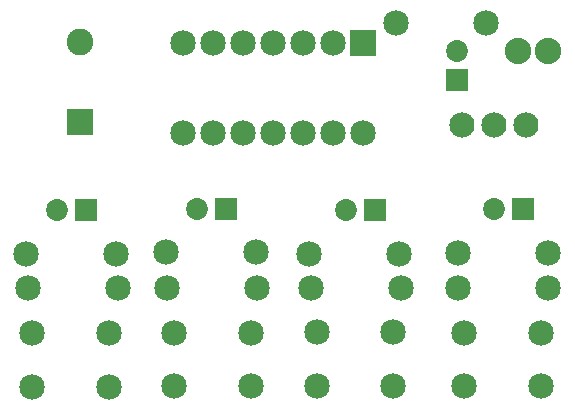
<source format=gbs>
G04 MADE WITH FRITZING*
G04 WWW.FRITZING.ORG*
G04 DOUBLE SIDED*
G04 HOLES PLATED*
G04 CONTOUR ON CENTER OF CONTOUR VECTOR*
%ASAXBY*%
%FSLAX23Y23*%
%MOIN*%
%OFA0B0*%
%SFA1.0B1.0*%
%ADD10C,0.084000*%
%ADD11C,0.085000*%
%ADD12C,0.072992*%
%ADD13C,0.088000*%
%ADD14C,0.088833*%
%ADD15R,0.085000X0.085000*%
%ADD16R,0.072992X0.072992*%
%ADD17R,0.088819X0.088847*%
%LNMASK0*%
G90*
G70*
G54D10*
X1543Y965D03*
X1650Y965D03*
X1757Y965D03*
G54D11*
X1213Y1238D03*
X1213Y938D03*
X1113Y1238D03*
X1113Y938D03*
X1013Y1238D03*
X1013Y938D03*
X913Y1238D03*
X913Y938D03*
X813Y1238D03*
X813Y938D03*
X713Y1238D03*
X713Y938D03*
X613Y1238D03*
X613Y938D03*
G54D12*
X1254Y684D03*
X1156Y684D03*
X758Y685D03*
X659Y685D03*
X292Y682D03*
X194Y682D03*
X1748Y687D03*
X1649Y687D03*
G54D11*
X839Y95D03*
X583Y95D03*
X839Y272D03*
X583Y272D03*
X1315Y97D03*
X1059Y97D03*
X1315Y275D03*
X1059Y275D03*
X1806Y97D03*
X1550Y97D03*
X1806Y274D03*
X1550Y274D03*
X367Y94D03*
X111Y94D03*
X367Y271D03*
X111Y271D03*
X1530Y538D03*
X1830Y538D03*
X1035Y537D03*
X1335Y537D03*
X558Y541D03*
X858Y541D03*
X1532Y423D03*
X1832Y423D03*
X1039Y423D03*
X1339Y423D03*
X559Y423D03*
X859Y423D03*
X96Y424D03*
X396Y424D03*
X92Y535D03*
X392Y535D03*
G54D13*
X1730Y1214D03*
X1830Y1214D03*
G54D12*
X1526Y1115D03*
X1526Y1214D03*
G54D11*
X1325Y1307D03*
X1625Y1307D03*
G54D14*
X269Y976D03*
X269Y1244D03*
G54D15*
X1213Y1238D03*
G54D16*
X1254Y684D03*
X758Y685D03*
X292Y682D03*
X1748Y687D03*
X1526Y1115D03*
G54D17*
X269Y976D03*
G04 End of Mask0*
M02*
</source>
